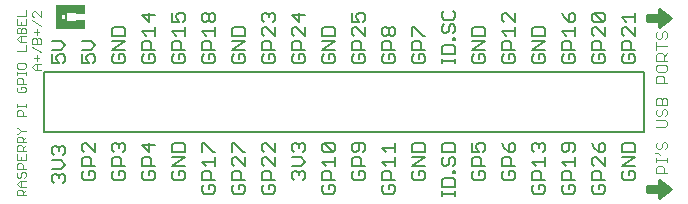
<source format=gto>
G75*
%MOIN*%
%OFA0B0*%
%FSLAX24Y24*%
%IPPOS*%
%LPD*%
%AMOC8*
5,1,8,0,0,1.08239X$1,22.5*
%
%ADD10C,0.0050*%
%ADD11C,0.0030*%
%ADD12C,0.0040*%
%ADD13C,0.0100*%
%ADD14C,0.0080*%
%ADD15C,0.0010*%
D10*
X001466Y000932D02*
X001391Y001007D01*
X001391Y001157D01*
X001466Y001232D01*
X001541Y001232D01*
X001616Y001157D01*
X001692Y001232D01*
X001767Y001232D01*
X001842Y001157D01*
X001842Y001007D01*
X001767Y000932D01*
X001616Y001082D02*
X001616Y001157D01*
X002391Y001107D02*
X002466Y001032D01*
X002767Y001032D01*
X002842Y001107D01*
X002842Y001257D01*
X002767Y001332D01*
X002616Y001332D01*
X002616Y001182D01*
X002466Y001332D02*
X002391Y001257D01*
X002391Y001107D01*
X001842Y001542D02*
X001692Y001392D01*
X001391Y001392D01*
X001692Y001692D02*
X001842Y001542D01*
X001692Y001692D02*
X001391Y001692D01*
X001466Y001853D02*
X001391Y001928D01*
X001391Y002078D01*
X001466Y002153D01*
X001541Y002153D01*
X001616Y002078D01*
X001692Y002153D01*
X001767Y002153D01*
X001842Y002078D01*
X001842Y001928D01*
X001767Y001853D01*
X001616Y002003D02*
X001616Y002078D01*
X002391Y002028D02*
X002466Y001953D01*
X002391Y002028D02*
X002391Y002178D01*
X002466Y002253D01*
X002541Y002253D01*
X002842Y001953D01*
X002842Y002253D01*
X003391Y002178D02*
X003466Y002253D01*
X003541Y002253D01*
X003616Y002178D01*
X003692Y002253D01*
X003767Y002253D01*
X003842Y002178D01*
X003842Y002028D01*
X003767Y001953D01*
X003466Y001953D02*
X003391Y002028D01*
X003391Y002178D01*
X003616Y002178D02*
X003616Y002103D01*
X004391Y002178D02*
X004616Y001953D01*
X004616Y002253D01*
X004391Y002178D02*
X004842Y002178D01*
X005391Y002178D02*
X005391Y001953D01*
X005842Y001953D01*
X005842Y002178D01*
X005767Y002253D01*
X005466Y002253D01*
X005391Y002178D01*
X006391Y002253D02*
X006391Y001953D01*
X006466Y002253D02*
X006767Y001953D01*
X006842Y001953D01*
X006842Y001792D02*
X006842Y001492D01*
X006541Y001492D02*
X006391Y001642D01*
X006842Y001642D01*
X007391Y001567D02*
X007466Y001492D01*
X007391Y001567D02*
X007391Y001717D01*
X007466Y001792D01*
X007541Y001792D01*
X007842Y001492D01*
X007842Y001792D01*
X007842Y001953D02*
X007767Y001953D01*
X007466Y002253D01*
X007391Y002253D01*
X007391Y001953D01*
X008391Y002028D02*
X008391Y002178D01*
X008466Y002253D01*
X008541Y002253D01*
X008842Y001953D01*
X008842Y002253D01*
X009391Y002178D02*
X009466Y002253D01*
X009541Y002253D01*
X009616Y002178D01*
X009692Y002253D01*
X009767Y002253D01*
X009842Y002178D01*
X009842Y002028D01*
X009767Y001953D01*
X009466Y001953D02*
X009391Y002028D01*
X009391Y002178D01*
X009616Y002178D02*
X009616Y002103D01*
X010391Y002028D02*
X010391Y002178D01*
X010466Y002253D01*
X010767Y001953D01*
X010842Y002028D01*
X010842Y002178D01*
X010767Y002253D01*
X010466Y002253D01*
X010391Y002028D02*
X010466Y001953D01*
X010767Y001953D01*
X010842Y001792D02*
X010842Y001492D01*
X010541Y001492D02*
X010391Y001642D01*
X010842Y001642D01*
X011391Y001717D02*
X011391Y001492D01*
X011842Y001492D01*
X011692Y001492D02*
X011692Y001717D01*
X011616Y001792D01*
X011466Y001792D01*
X011391Y001717D01*
X011466Y001953D02*
X011541Y001953D01*
X011616Y002028D01*
X011616Y002253D01*
X011466Y002253D02*
X011767Y002253D01*
X011842Y002178D01*
X011842Y002028D01*
X011767Y001953D01*
X011466Y001953D02*
X011391Y002028D01*
X011391Y002178D01*
X011466Y002253D01*
X012391Y002103D02*
X012842Y002103D01*
X012842Y001953D02*
X012842Y002253D01*
X012541Y001953D02*
X012391Y002103D01*
X012842Y001792D02*
X012842Y001492D01*
X012541Y001492D02*
X012391Y001642D01*
X012842Y001642D01*
X013391Y001492D02*
X013842Y001792D01*
X013391Y001792D01*
X013391Y001953D02*
X013391Y002178D01*
X013466Y002253D01*
X013767Y002253D01*
X013842Y002178D01*
X013842Y001953D01*
X013391Y001953D01*
X014391Y001953D02*
X014391Y002178D01*
X014466Y002253D01*
X014767Y002253D01*
X014842Y002178D01*
X014842Y001953D01*
X014391Y001953D01*
X014466Y001792D02*
X014391Y001717D01*
X014391Y001567D01*
X014466Y001492D01*
X014541Y001492D01*
X014616Y001567D01*
X014616Y001717D01*
X014692Y001792D01*
X014767Y001792D01*
X014842Y001717D01*
X014842Y001567D01*
X014767Y001492D01*
X014767Y001337D02*
X014842Y001337D01*
X014842Y001262D01*
X014767Y001262D01*
X014767Y001337D01*
X014767Y001102D02*
X014466Y001102D01*
X014391Y001027D01*
X014391Y000802D01*
X014842Y000802D01*
X014842Y001027D01*
X014767Y001102D01*
X015391Y001107D02*
X015466Y001032D01*
X015767Y001032D01*
X015842Y001107D01*
X015842Y001257D01*
X015767Y001332D01*
X015616Y001332D01*
X015616Y001182D01*
X015466Y001332D02*
X015391Y001257D01*
X015391Y001107D01*
X016391Y001107D02*
X016466Y001032D01*
X016767Y001032D01*
X016842Y001107D01*
X016842Y001257D01*
X016767Y001332D01*
X016616Y001332D01*
X016616Y001182D01*
X016466Y001332D02*
X016391Y001257D01*
X016391Y001107D01*
X016391Y001492D02*
X016391Y001717D01*
X016466Y001792D01*
X016616Y001792D01*
X016692Y001717D01*
X016692Y001492D01*
X016842Y001492D02*
X016391Y001492D01*
X015842Y001492D02*
X015391Y001492D01*
X015391Y001717D01*
X015466Y001792D01*
X015616Y001792D01*
X015692Y001717D01*
X015692Y001492D01*
X015767Y001953D02*
X015842Y002028D01*
X015842Y002178D01*
X015767Y002253D01*
X015616Y002253D01*
X015541Y002178D01*
X015541Y002103D01*
X015616Y001953D01*
X015391Y001953D01*
X015391Y002253D01*
X016391Y002253D02*
X016466Y002103D01*
X016616Y001953D01*
X016616Y002178D01*
X016692Y002253D01*
X016767Y002253D01*
X016842Y002178D01*
X016842Y002028D01*
X016767Y001953D01*
X016616Y001953D01*
X017391Y002028D02*
X017391Y002178D01*
X017466Y002253D01*
X017541Y002253D01*
X017616Y002178D01*
X017692Y002253D01*
X017767Y002253D01*
X017842Y002178D01*
X017842Y002028D01*
X017767Y001953D01*
X017466Y001953D02*
X017391Y002028D01*
X017616Y002103D02*
X017616Y002178D01*
X018391Y002178D02*
X018391Y002028D01*
X018466Y001953D01*
X018541Y001953D01*
X018616Y002028D01*
X018616Y002253D01*
X018466Y002253D02*
X018391Y002178D01*
X018466Y002253D02*
X018767Y002253D01*
X018842Y002178D01*
X018842Y002028D01*
X018767Y001953D01*
X018842Y001792D02*
X018842Y001492D01*
X018541Y001492D02*
X018391Y001642D01*
X018842Y001642D01*
X019391Y001567D02*
X019466Y001492D01*
X019391Y001567D02*
X019391Y001717D01*
X019466Y001792D01*
X019541Y001792D01*
X019842Y001492D01*
X019842Y001792D01*
X019767Y001953D02*
X019842Y002028D01*
X019842Y002178D01*
X019767Y002253D01*
X019692Y002253D01*
X019616Y002178D01*
X019616Y001953D01*
X019767Y001953D01*
X019616Y001953D02*
X019466Y002103D01*
X019391Y002253D01*
X020391Y002178D02*
X020391Y001953D01*
X020842Y001953D01*
X020842Y002178D01*
X020767Y002253D01*
X020466Y002253D01*
X020391Y002178D01*
X020391Y001792D02*
X020842Y001792D01*
X020391Y001492D01*
X020842Y001492D01*
X020767Y001332D02*
X020616Y001332D01*
X020616Y001182D01*
X020466Y001332D02*
X020391Y001257D01*
X020391Y001107D01*
X020466Y001032D01*
X020767Y001032D01*
X020842Y001107D01*
X020842Y001257D01*
X020767Y001332D01*
X019842Y001032D02*
X019391Y001032D01*
X019391Y001257D01*
X019466Y001332D01*
X019616Y001332D01*
X019692Y001257D01*
X019692Y001032D01*
X019767Y000872D02*
X019616Y000872D01*
X019616Y000722D01*
X019466Y000872D02*
X019391Y000797D01*
X019391Y000646D01*
X019466Y000571D01*
X019767Y000571D01*
X019842Y000646D01*
X019842Y000797D01*
X019767Y000872D01*
X018842Y000797D02*
X018842Y000646D01*
X018767Y000571D01*
X018466Y000571D01*
X018391Y000646D01*
X018391Y000797D01*
X018466Y000872D01*
X018616Y000872D02*
X018616Y000722D01*
X018767Y000872D02*
X018842Y000797D01*
X018767Y000872D02*
X018616Y000872D01*
X018692Y001032D02*
X018692Y001257D01*
X018616Y001332D01*
X018466Y001332D01*
X018391Y001257D01*
X018391Y001032D01*
X018842Y001032D01*
X017842Y001032D02*
X017391Y001032D01*
X017391Y001257D01*
X017466Y001332D01*
X017616Y001332D01*
X017692Y001257D01*
X017692Y001032D01*
X017767Y000872D02*
X017616Y000872D01*
X017616Y000722D01*
X017466Y000872D02*
X017391Y000797D01*
X017391Y000646D01*
X017466Y000571D01*
X017767Y000571D01*
X017842Y000646D01*
X017842Y000797D01*
X017767Y000872D01*
X017842Y001492D02*
X017842Y001792D01*
X017842Y001642D02*
X017391Y001642D01*
X017541Y001492D01*
X014842Y000645D02*
X014842Y000495D01*
X014842Y000570D02*
X014391Y000570D01*
X014391Y000495D02*
X014391Y000645D01*
X013842Y001107D02*
X013767Y001032D01*
X013466Y001032D01*
X013391Y001107D01*
X013391Y001257D01*
X013466Y001332D01*
X013616Y001332D02*
X013616Y001182D01*
X013767Y001332D02*
X013842Y001257D01*
X013842Y001107D01*
X013767Y001332D02*
X013616Y001332D01*
X013842Y001492D02*
X013391Y001492D01*
X012692Y001257D02*
X012692Y001032D01*
X012842Y001032D02*
X012391Y001032D01*
X012391Y001257D01*
X012466Y001332D01*
X012616Y001332D01*
X012692Y001257D01*
X011842Y001257D02*
X011842Y001107D01*
X011767Y001032D01*
X011466Y001032D01*
X011391Y001107D01*
X011391Y001257D01*
X011466Y001332D01*
X011616Y001332D02*
X011616Y001182D01*
X011767Y001332D02*
X011842Y001257D01*
X011767Y001332D02*
X011616Y001332D01*
X010842Y001032D02*
X010391Y001032D01*
X010391Y001257D01*
X010466Y001332D01*
X010616Y001332D01*
X010692Y001257D01*
X010692Y001032D01*
X010767Y000872D02*
X010616Y000872D01*
X010616Y000722D01*
X010466Y000872D02*
X010391Y000797D01*
X010391Y000646D01*
X010466Y000571D01*
X010767Y000571D01*
X010842Y000646D01*
X010842Y000797D01*
X010767Y000872D01*
X009842Y001107D02*
X009767Y001032D01*
X009842Y001107D02*
X009842Y001257D01*
X009767Y001332D01*
X009692Y001332D01*
X009616Y001257D01*
X009616Y001182D01*
X009616Y001257D02*
X009541Y001332D01*
X009466Y001332D01*
X009391Y001257D01*
X009391Y001107D01*
X009466Y001032D01*
X008842Y001032D02*
X008391Y001032D01*
X008391Y001257D01*
X008466Y001332D01*
X008616Y001332D01*
X008692Y001257D01*
X008692Y001032D01*
X008767Y000872D02*
X008616Y000872D01*
X008616Y000722D01*
X008466Y000872D02*
X008391Y000797D01*
X008391Y000646D01*
X008466Y000571D01*
X008767Y000571D01*
X008842Y000646D01*
X008842Y000797D01*
X008767Y000872D01*
X007842Y000797D02*
X007842Y000646D01*
X007767Y000571D01*
X007466Y000571D01*
X007391Y000646D01*
X007391Y000797D01*
X007466Y000872D01*
X007616Y000872D02*
X007616Y000722D01*
X007767Y000872D02*
X007842Y000797D01*
X007767Y000872D02*
X007616Y000872D01*
X007692Y001032D02*
X007692Y001257D01*
X007616Y001332D01*
X007466Y001332D01*
X007391Y001257D01*
X007391Y001032D01*
X007842Y001032D01*
X006842Y001032D02*
X006391Y001032D01*
X006391Y001257D01*
X006466Y001332D01*
X006616Y001332D01*
X006692Y001257D01*
X006692Y001032D01*
X006767Y000872D02*
X006616Y000872D01*
X006616Y000722D01*
X006466Y000872D02*
X006391Y000797D01*
X006391Y000646D01*
X006466Y000571D01*
X006767Y000571D01*
X006842Y000646D01*
X006842Y000797D01*
X006767Y000872D01*
X005842Y001107D02*
X005842Y001257D01*
X005767Y001332D01*
X005616Y001332D01*
X005616Y001182D01*
X005466Y001332D02*
X005391Y001257D01*
X005391Y001107D01*
X005466Y001032D01*
X005767Y001032D01*
X005842Y001107D01*
X005842Y001492D02*
X005391Y001492D01*
X005842Y001792D01*
X005391Y001792D01*
X004692Y001717D02*
X004692Y001492D01*
X004842Y001492D02*
X004391Y001492D01*
X004391Y001717D01*
X004466Y001792D01*
X004616Y001792D01*
X004692Y001717D01*
X003842Y001492D02*
X003391Y001492D01*
X003391Y001717D01*
X003466Y001792D01*
X003616Y001792D01*
X003692Y001717D01*
X003692Y001492D01*
X003767Y001332D02*
X003616Y001332D01*
X003616Y001182D01*
X003466Y001332D02*
X003391Y001257D01*
X003391Y001107D01*
X003466Y001032D01*
X003767Y001032D01*
X003842Y001107D01*
X003842Y001257D01*
X003767Y001332D01*
X004391Y001257D02*
X004391Y001107D01*
X004466Y001032D01*
X004767Y001032D01*
X004842Y001107D01*
X004842Y001257D01*
X004767Y001332D01*
X004616Y001332D01*
X004616Y001182D01*
X004466Y001332D02*
X004391Y001257D01*
X002842Y001492D02*
X002391Y001492D01*
X002391Y001717D01*
X002466Y001792D01*
X002616Y001792D01*
X002692Y001717D01*
X002692Y001492D01*
X006391Y002253D02*
X006466Y002253D01*
X008391Y002028D02*
X008466Y001953D01*
X008466Y001792D02*
X008391Y001717D01*
X008391Y001567D01*
X008466Y001492D01*
X008541Y001792D02*
X008842Y001492D01*
X008842Y001792D01*
X008541Y001792D02*
X008466Y001792D01*
X009391Y001792D02*
X009692Y001792D01*
X009842Y001642D01*
X009692Y001492D01*
X009391Y001492D01*
X012391Y000797D02*
X012391Y000646D01*
X012466Y000571D01*
X012767Y000571D01*
X012842Y000646D01*
X012842Y000797D01*
X012767Y000872D01*
X012616Y000872D01*
X012616Y000722D01*
X012466Y000872D02*
X012391Y000797D01*
X012466Y004913D02*
X012767Y004913D01*
X012842Y004988D01*
X012842Y005138D01*
X012767Y005213D01*
X012616Y005213D01*
X012616Y005063D01*
X012466Y004913D02*
X012391Y004988D01*
X012391Y005138D01*
X012466Y005213D01*
X012391Y005373D02*
X012391Y005599D01*
X012466Y005674D01*
X012616Y005674D01*
X012692Y005599D01*
X012692Y005373D01*
X012842Y005373D02*
X012391Y005373D01*
X011842Y005373D02*
X011391Y005373D01*
X011391Y005599D01*
X011466Y005674D01*
X011616Y005674D01*
X011692Y005599D01*
X011692Y005373D01*
X011767Y005213D02*
X011616Y005213D01*
X011616Y005063D01*
X011466Y004913D02*
X011391Y004988D01*
X011391Y005138D01*
X011466Y005213D01*
X011767Y005213D02*
X011842Y005138D01*
X011842Y004988D01*
X011767Y004913D01*
X011466Y004913D01*
X010842Y004988D02*
X010842Y005138D01*
X010767Y005213D01*
X010616Y005213D01*
X010616Y005063D01*
X010466Y004913D02*
X010391Y004988D01*
X010391Y005138D01*
X010466Y005213D01*
X010391Y005373D02*
X010842Y005674D01*
X010391Y005674D01*
X010391Y005834D02*
X010391Y006059D01*
X010466Y006134D01*
X010767Y006134D01*
X010842Y006059D01*
X010842Y005834D01*
X010391Y005834D01*
X009842Y005834D02*
X009541Y006134D01*
X009466Y006134D01*
X009391Y006059D01*
X009391Y005909D01*
X009466Y005834D01*
X009466Y005674D02*
X009616Y005674D01*
X009692Y005599D01*
X009692Y005373D01*
X009842Y005373D02*
X009391Y005373D01*
X009391Y005599D01*
X009466Y005674D01*
X009842Y005834D02*
X009842Y006134D01*
X009616Y006294D02*
X009616Y006594D01*
X009391Y006519D02*
X009616Y006294D01*
X009842Y006519D02*
X009391Y006519D01*
X008842Y006519D02*
X008842Y006369D01*
X008767Y006294D01*
X008466Y006294D02*
X008391Y006369D01*
X008391Y006519D01*
X008466Y006594D01*
X008541Y006594D01*
X008616Y006519D01*
X008692Y006594D01*
X008767Y006594D01*
X008842Y006519D01*
X008616Y006519D02*
X008616Y006444D01*
X008541Y006134D02*
X008466Y006134D01*
X008391Y006059D01*
X008391Y005909D01*
X008466Y005834D01*
X008541Y006134D02*
X008842Y005834D01*
X008842Y006134D01*
X007842Y006059D02*
X007842Y005834D01*
X007391Y005834D01*
X007391Y006059D01*
X007466Y006134D01*
X007767Y006134D01*
X007842Y006059D01*
X007842Y005674D02*
X007391Y005674D01*
X007391Y005373D02*
X007842Y005674D01*
X008391Y005599D02*
X008466Y005674D01*
X008616Y005674D01*
X008692Y005599D01*
X008692Y005373D01*
X008842Y005373D02*
X008391Y005373D01*
X008391Y005599D01*
X007842Y005373D02*
X007391Y005373D01*
X007466Y005213D02*
X007391Y005138D01*
X007391Y004988D01*
X007466Y004913D01*
X007767Y004913D01*
X007842Y004988D01*
X007842Y005138D01*
X007767Y005213D01*
X007616Y005213D01*
X007616Y005063D01*
X008391Y004988D02*
X008466Y004913D01*
X008767Y004913D01*
X008842Y004988D01*
X008842Y005138D01*
X008767Y005213D01*
X008616Y005213D01*
X008616Y005063D01*
X008466Y005213D02*
X008391Y005138D01*
X008391Y004988D01*
X009391Y004988D02*
X009466Y004913D01*
X009767Y004913D01*
X009842Y004988D01*
X009842Y005138D01*
X009767Y005213D01*
X009616Y005213D01*
X009616Y005063D01*
X009466Y005213D02*
X009391Y005138D01*
X009391Y004988D01*
X010466Y004913D02*
X010767Y004913D01*
X010842Y004988D01*
X010842Y005373D02*
X010391Y005373D01*
X011391Y005909D02*
X011466Y005834D01*
X011391Y005909D02*
X011391Y006059D01*
X011466Y006134D01*
X011541Y006134D01*
X011842Y005834D01*
X011842Y006134D01*
X011767Y006294D02*
X011842Y006369D01*
X011842Y006519D01*
X011767Y006594D01*
X011616Y006594D01*
X011541Y006519D01*
X011541Y006444D01*
X011616Y006294D01*
X011391Y006294D01*
X011391Y006594D01*
X012391Y006059D02*
X012466Y006134D01*
X012541Y006134D01*
X012616Y006059D01*
X012616Y005909D01*
X012541Y005834D01*
X012466Y005834D01*
X012391Y005909D01*
X012391Y006059D01*
X012616Y006059D02*
X012692Y006134D01*
X012767Y006134D01*
X012842Y006059D01*
X012842Y005909D01*
X012767Y005834D01*
X012692Y005834D01*
X012616Y005909D01*
X013391Y005834D02*
X013391Y006134D01*
X013466Y006134D01*
X013767Y005834D01*
X013842Y005834D01*
X013616Y005674D02*
X013466Y005674D01*
X013391Y005599D01*
X013391Y005373D01*
X013842Y005373D01*
X013692Y005373D02*
X013692Y005599D01*
X013616Y005674D01*
X014391Y005445D02*
X014391Y005220D01*
X014842Y005220D01*
X014842Y005445D01*
X014767Y005520D01*
X014466Y005520D01*
X014391Y005445D01*
X014767Y005680D02*
X014767Y005755D01*
X014842Y005755D01*
X014842Y005680D01*
X014767Y005680D01*
X014767Y005910D02*
X014842Y005986D01*
X014842Y006136D01*
X014767Y006211D01*
X014692Y006211D01*
X014616Y006136D01*
X014616Y005986D01*
X014541Y005910D01*
X014466Y005910D01*
X014391Y005986D01*
X014391Y006136D01*
X014466Y006211D01*
X014466Y006371D02*
X014767Y006371D01*
X014842Y006446D01*
X014842Y006596D01*
X014767Y006671D01*
X014466Y006671D02*
X014391Y006596D01*
X014391Y006446D01*
X014466Y006371D01*
X015391Y006059D02*
X015391Y005834D01*
X015842Y005834D01*
X015842Y006059D01*
X015767Y006134D01*
X015466Y006134D01*
X015391Y006059D01*
X016391Y005984D02*
X016842Y005984D01*
X016842Y005834D02*
X016842Y006134D01*
X016842Y006294D02*
X016541Y006594D01*
X016466Y006594D01*
X016391Y006519D01*
X016391Y006369D01*
X016466Y006294D01*
X016842Y006294D02*
X016842Y006594D01*
X017391Y006059D02*
X017466Y006134D01*
X017767Y006134D01*
X017842Y006059D01*
X017842Y005834D01*
X017391Y005834D01*
X017391Y006059D01*
X016541Y005834D02*
X016391Y005984D01*
X016466Y005674D02*
X016616Y005674D01*
X016692Y005599D01*
X016692Y005373D01*
X016842Y005373D02*
X016391Y005373D01*
X016391Y005599D01*
X016466Y005674D01*
X015842Y005674D02*
X015391Y005674D01*
X015391Y005373D02*
X015842Y005674D01*
X015842Y005373D02*
X015391Y005373D01*
X015466Y005213D02*
X015391Y005138D01*
X015391Y004988D01*
X015466Y004913D01*
X015767Y004913D01*
X015842Y004988D01*
X015842Y005138D01*
X015767Y005213D01*
X015616Y005213D01*
X015616Y005063D01*
X016391Y004988D02*
X016466Y004913D01*
X016767Y004913D01*
X016842Y004988D01*
X016842Y005138D01*
X016767Y005213D01*
X016616Y005213D01*
X016616Y005063D01*
X016466Y005213D02*
X016391Y005138D01*
X016391Y004988D01*
X017391Y004988D02*
X017466Y004913D01*
X017767Y004913D01*
X017842Y004988D01*
X017842Y005138D01*
X017767Y005213D01*
X017616Y005213D01*
X017616Y005063D01*
X017466Y005213D02*
X017391Y005138D01*
X017391Y004988D01*
X018391Y004988D02*
X018466Y004913D01*
X018767Y004913D01*
X018842Y004988D01*
X018842Y005138D01*
X018767Y005213D01*
X018616Y005213D01*
X018616Y005063D01*
X018466Y005213D02*
X018391Y005138D01*
X018391Y004988D01*
X019391Y004988D02*
X019466Y004913D01*
X019767Y004913D01*
X019842Y004988D01*
X019842Y005138D01*
X019767Y005213D01*
X019616Y005213D01*
X019616Y005063D01*
X019466Y005213D02*
X019391Y005138D01*
X019391Y004988D01*
X020391Y004988D02*
X020466Y004913D01*
X020767Y004913D01*
X020842Y004988D01*
X020842Y005138D01*
X020767Y005213D01*
X020616Y005213D01*
X020616Y005063D01*
X020466Y005213D02*
X020391Y005138D01*
X020391Y004988D01*
X020391Y005373D02*
X020391Y005599D01*
X020466Y005674D01*
X020616Y005674D01*
X020692Y005599D01*
X020692Y005373D01*
X020842Y005373D02*
X020391Y005373D01*
X019842Y005373D02*
X019391Y005373D01*
X019391Y005599D01*
X019466Y005674D01*
X019616Y005674D01*
X019692Y005599D01*
X019692Y005373D01*
X018842Y005373D02*
X018391Y005373D01*
X018391Y005599D01*
X018466Y005674D01*
X018616Y005674D01*
X018692Y005599D01*
X018692Y005373D01*
X017842Y005373D02*
X017391Y005373D01*
X017842Y005674D01*
X017391Y005674D01*
X018391Y005984D02*
X018842Y005984D01*
X018842Y005834D02*
X018842Y006134D01*
X018767Y006294D02*
X018616Y006294D01*
X018616Y006519D01*
X018692Y006594D01*
X018767Y006594D01*
X018842Y006519D01*
X018842Y006369D01*
X018767Y006294D01*
X018616Y006294D02*
X018466Y006444D01*
X018391Y006594D01*
X019391Y006519D02*
X019391Y006369D01*
X019466Y006294D01*
X019767Y006294D01*
X019466Y006594D01*
X019767Y006594D01*
X019842Y006519D01*
X019842Y006369D01*
X019767Y006294D01*
X019842Y006134D02*
X019842Y005834D01*
X019541Y006134D01*
X019466Y006134D01*
X019391Y006059D01*
X019391Y005909D01*
X019466Y005834D01*
X018541Y005834D02*
X018391Y005984D01*
X019391Y006519D02*
X019466Y006594D01*
X020391Y006444D02*
X020842Y006444D01*
X020842Y006294D02*
X020842Y006594D01*
X020541Y006294D02*
X020391Y006444D01*
X020466Y006134D02*
X020391Y006059D01*
X020391Y005909D01*
X020466Y005834D01*
X020541Y006134D02*
X020842Y005834D01*
X020842Y006134D01*
X020541Y006134D02*
X020466Y006134D01*
X014842Y005063D02*
X014842Y004913D01*
X014842Y004988D02*
X014391Y004988D01*
X014391Y004913D02*
X014391Y005063D01*
X013842Y004988D02*
X013842Y005138D01*
X013767Y005213D01*
X013616Y005213D01*
X013616Y005063D01*
X013466Y004913D02*
X013391Y004988D01*
X013391Y005138D01*
X013466Y005213D01*
X013767Y004913D02*
X013842Y004988D01*
X013767Y004913D02*
X013466Y004913D01*
X006842Y004988D02*
X006767Y004913D01*
X006466Y004913D01*
X006391Y004988D01*
X006391Y005138D01*
X006466Y005213D01*
X006616Y005213D02*
X006616Y005063D01*
X006767Y005213D02*
X006842Y005138D01*
X006842Y004988D01*
X006767Y005213D02*
X006616Y005213D01*
X006692Y005373D02*
X006692Y005599D01*
X006616Y005674D01*
X006466Y005674D01*
X006391Y005599D01*
X006391Y005373D01*
X006842Y005373D01*
X005842Y005373D02*
X005391Y005373D01*
X005391Y005599D01*
X005466Y005674D01*
X005616Y005674D01*
X005692Y005599D01*
X005692Y005373D01*
X005767Y005213D02*
X005616Y005213D01*
X005616Y005063D01*
X005466Y004913D02*
X005391Y004988D01*
X005391Y005138D01*
X005466Y005213D01*
X005767Y005213D02*
X005842Y005138D01*
X005842Y004988D01*
X005767Y004913D01*
X005466Y004913D01*
X004842Y004988D02*
X004842Y005138D01*
X004767Y005213D01*
X004616Y005213D01*
X004616Y005063D01*
X004466Y004913D02*
X004391Y004988D01*
X004391Y005138D01*
X004466Y005213D01*
X004391Y005373D02*
X004391Y005599D01*
X004466Y005674D01*
X004616Y005674D01*
X004692Y005599D01*
X004692Y005373D01*
X004842Y005373D02*
X004391Y005373D01*
X003842Y005373D02*
X003391Y005373D01*
X003842Y005674D01*
X003391Y005674D01*
X003391Y005834D02*
X003391Y006059D01*
X003466Y006134D01*
X003767Y006134D01*
X003842Y006059D01*
X003842Y005834D01*
X003391Y005834D01*
X002842Y005523D02*
X002692Y005674D01*
X002391Y005674D01*
X002692Y005373D02*
X002842Y005523D01*
X002692Y005373D02*
X002391Y005373D01*
X001842Y005523D02*
X001692Y005674D01*
X001391Y005674D01*
X001692Y005373D02*
X001842Y005523D01*
X001692Y005373D02*
X001391Y005373D01*
X001391Y005213D02*
X001391Y004913D01*
X001616Y004913D01*
X001541Y005063D01*
X001541Y005138D01*
X001616Y005213D01*
X001767Y005213D01*
X001842Y005138D01*
X001842Y004988D01*
X001767Y004913D01*
X002391Y004913D02*
X002616Y004913D01*
X002541Y005063D01*
X002541Y005138D01*
X002616Y005213D01*
X002767Y005213D01*
X002842Y005138D01*
X002842Y004988D01*
X002767Y004913D01*
X002391Y004913D02*
X002391Y005213D01*
X003391Y005138D02*
X003391Y004988D01*
X003466Y004913D01*
X003767Y004913D01*
X003842Y004988D01*
X003842Y005138D01*
X003767Y005213D01*
X003616Y005213D01*
X003616Y005063D01*
X003466Y005213D02*
X003391Y005138D01*
X004466Y004913D02*
X004767Y004913D01*
X004842Y004988D01*
X004842Y005834D02*
X004842Y006134D01*
X004842Y005984D02*
X004391Y005984D01*
X004541Y005834D01*
X005391Y005984D02*
X005541Y005834D01*
X005391Y005984D02*
X005842Y005984D01*
X005842Y005834D02*
X005842Y006134D01*
X005767Y006294D02*
X005842Y006369D01*
X005842Y006519D01*
X005767Y006594D01*
X005616Y006594D01*
X005541Y006519D01*
X005541Y006444D01*
X005616Y006294D01*
X005391Y006294D01*
X005391Y006594D01*
X004842Y006519D02*
X004391Y006519D01*
X004616Y006294D01*
X004616Y006594D01*
X006391Y006519D02*
X006391Y006369D01*
X006466Y006294D01*
X006541Y006294D01*
X006616Y006369D01*
X006616Y006519D01*
X006692Y006594D01*
X006767Y006594D01*
X006842Y006519D01*
X006842Y006369D01*
X006767Y006294D01*
X006692Y006294D01*
X006616Y006369D01*
X006616Y006519D02*
X006541Y006594D01*
X006466Y006594D01*
X006391Y006519D01*
X006842Y006134D02*
X006842Y005834D01*
X006541Y005834D02*
X006391Y005984D01*
X006842Y005984D01*
D11*
X000221Y000655D02*
X000221Y000510D01*
X000512Y000510D01*
X000415Y000510D02*
X000415Y000655D01*
X000367Y000703D01*
X000270Y000703D01*
X000221Y000655D01*
X000415Y000607D02*
X000512Y000703D01*
X000512Y000805D02*
X000318Y000805D01*
X000221Y000901D01*
X000318Y000998D01*
X000512Y000998D01*
X000367Y000998D02*
X000367Y000805D01*
X000318Y001099D02*
X000367Y001148D01*
X000367Y001244D01*
X000415Y001293D01*
X000463Y001293D01*
X000512Y001244D01*
X000512Y001148D01*
X000463Y001099D01*
X000318Y001099D02*
X000270Y001099D01*
X000221Y001148D01*
X000221Y001244D01*
X000270Y001293D01*
X000221Y001394D02*
X000221Y001539D01*
X000270Y001587D01*
X000367Y001587D01*
X000415Y001539D01*
X000415Y001394D01*
X000512Y001394D02*
X000221Y001394D01*
X000221Y001689D02*
X000512Y001689D01*
X000512Y001882D01*
X000367Y001785D02*
X000367Y001689D01*
X000221Y001689D02*
X000221Y001882D01*
X000221Y001983D02*
X000221Y002128D01*
X000270Y002177D01*
X000367Y002177D01*
X000415Y002128D01*
X000415Y001983D01*
X000512Y001983D02*
X000221Y001983D01*
X000415Y002080D02*
X000512Y002177D01*
X000512Y002278D02*
X000221Y002278D01*
X000221Y002423D01*
X000270Y002471D01*
X000367Y002471D01*
X000415Y002423D01*
X000415Y002278D01*
X000415Y002375D02*
X000512Y002471D01*
X000367Y002669D02*
X000270Y002573D01*
X000221Y002573D01*
X000367Y002669D02*
X000512Y002669D01*
X000367Y002669D02*
X000270Y002766D01*
X000221Y002766D01*
X000221Y003162D02*
X000221Y003307D01*
X000270Y003355D01*
X000367Y003355D01*
X000415Y003307D01*
X000415Y003162D01*
X000512Y003162D02*
X000221Y003162D01*
X000221Y003457D02*
X000221Y003553D01*
X000221Y003505D02*
X000512Y003505D01*
X000512Y003457D02*
X000512Y003553D01*
X000463Y003948D02*
X000270Y003948D01*
X000221Y003996D01*
X000221Y004093D01*
X000270Y004141D01*
X000367Y004141D02*
X000367Y004044D01*
X000463Y003948D02*
X000512Y003996D01*
X000512Y004093D01*
X000463Y004141D01*
X000367Y004141D01*
X000415Y004242D02*
X000415Y004387D01*
X000367Y004436D01*
X000270Y004436D01*
X000221Y004387D01*
X000221Y004242D01*
X000512Y004242D01*
X000512Y004537D02*
X000512Y004634D01*
X000512Y004585D02*
X000221Y004585D01*
X000221Y004537D02*
X000221Y004634D01*
X000270Y004733D02*
X000463Y004733D01*
X000512Y004782D01*
X000512Y004878D01*
X000463Y004927D01*
X000270Y004927D01*
X000221Y004878D01*
X000221Y004782D01*
X000270Y004733D01*
X000731Y004787D02*
X000828Y004884D01*
X001022Y004884D01*
X000877Y004884D02*
X000877Y004690D01*
X000828Y004690D02*
X000731Y004787D01*
X000828Y004690D02*
X001022Y004690D01*
X000877Y004985D02*
X000877Y005179D01*
X000973Y005082D02*
X000780Y005082D01*
X001022Y005280D02*
X000731Y005473D01*
X000731Y005574D02*
X000731Y005719D01*
X000780Y005768D01*
X000828Y005768D01*
X000877Y005719D01*
X000877Y005574D01*
X001022Y005574D02*
X000731Y005574D01*
X000512Y005617D02*
X000318Y005617D01*
X000221Y005714D01*
X000318Y005811D01*
X000512Y005811D01*
X000512Y005912D02*
X000512Y006057D01*
X000463Y006105D01*
X000415Y006105D01*
X000367Y006057D01*
X000367Y005912D01*
X000367Y005811D02*
X000367Y005617D01*
X000512Y005516D02*
X000512Y005323D01*
X000221Y005323D01*
X001022Y005574D02*
X001022Y005719D01*
X000973Y005768D01*
X000925Y005768D01*
X000877Y005719D01*
X000877Y005869D02*
X000877Y006062D01*
X000973Y005966D02*
X000780Y005966D01*
X000512Y005912D02*
X000221Y005912D01*
X000221Y006057D01*
X000270Y006105D01*
X000318Y006105D01*
X000367Y006057D01*
X000367Y006207D02*
X000367Y006303D01*
X000512Y006207D02*
X000512Y006400D01*
X000512Y006501D02*
X000512Y006695D01*
X000731Y006603D02*
X000731Y006507D01*
X000780Y006458D01*
X000828Y006652D02*
X001022Y006458D01*
X001022Y006652D01*
X000828Y006652D02*
X000780Y006652D01*
X000731Y006603D01*
X000512Y006501D02*
X000221Y006501D01*
X000221Y006400D02*
X000221Y006207D01*
X000512Y006207D01*
X000731Y006357D02*
X001022Y006164D01*
D12*
X021536Y005920D02*
X021536Y005800D01*
X021596Y005740D01*
X021656Y005740D01*
X021717Y005800D01*
X021717Y005920D01*
X021777Y005980D01*
X021837Y005980D01*
X021897Y005920D01*
X021897Y005800D01*
X021837Y005740D01*
X021536Y005612D02*
X021536Y005371D01*
X021536Y005491D02*
X021897Y005491D01*
X021897Y005243D02*
X021777Y005123D01*
X021777Y005183D02*
X021777Y005003D01*
X021897Y005003D02*
X021536Y005003D01*
X021536Y005183D01*
X021596Y005243D01*
X021717Y005243D01*
X021777Y005183D01*
X021837Y004875D02*
X021596Y004875D01*
X021536Y004815D01*
X021536Y004695D01*
X021596Y004635D01*
X021837Y004635D01*
X021897Y004695D01*
X021897Y004815D01*
X021837Y004875D01*
X021717Y004507D02*
X021777Y004447D01*
X021777Y004266D01*
X021897Y004266D02*
X021536Y004266D01*
X021536Y004447D01*
X021596Y004507D01*
X021717Y004507D01*
X021777Y003770D02*
X021837Y003770D01*
X021897Y003710D01*
X021897Y003530D01*
X021536Y003530D01*
X021536Y003710D01*
X021596Y003770D01*
X021656Y003770D01*
X021717Y003710D01*
X021717Y003530D01*
X021777Y003402D02*
X021837Y003402D01*
X021897Y003342D01*
X021897Y003221D01*
X021837Y003161D01*
X021717Y003221D02*
X021717Y003342D01*
X021777Y003402D01*
X021596Y003402D02*
X021536Y003342D01*
X021536Y003221D01*
X021596Y003161D01*
X021656Y003161D01*
X021717Y003221D01*
X021837Y003033D02*
X021536Y003033D01*
X021837Y003033D02*
X021897Y002973D01*
X021897Y002853D01*
X021837Y002793D01*
X021536Y002793D01*
X021596Y002297D02*
X021536Y002237D01*
X021536Y002117D01*
X021596Y002056D01*
X021656Y002056D01*
X021717Y002117D01*
X021717Y002237D01*
X021777Y002297D01*
X021837Y002297D01*
X021897Y002237D01*
X021897Y002117D01*
X021837Y002056D01*
X021656Y001872D02*
X021596Y001932D01*
X021476Y001932D01*
X021536Y001747D02*
X021536Y001627D01*
X021536Y001687D02*
X021897Y001687D01*
X021897Y001627D02*
X021897Y001747D01*
X021717Y001499D02*
X021777Y001439D01*
X021777Y001258D01*
X021897Y001258D02*
X021536Y001258D01*
X021536Y001439D01*
X021596Y001499D01*
X021717Y001499D01*
X021717Y003710D02*
X021777Y003770D01*
X021536Y005920D02*
X021596Y005980D01*
D13*
X021617Y006138D02*
X021617Y006338D01*
X021217Y006338D01*
X021217Y006538D01*
X021617Y006538D01*
X021617Y006738D01*
X022017Y006438D01*
X021617Y006138D01*
X021617Y006146D02*
X021628Y006146D01*
X021617Y006245D02*
X021759Y006245D01*
X021891Y006343D02*
X021217Y006343D01*
X021217Y006442D02*
X022011Y006442D01*
X021880Y006540D02*
X021617Y006540D01*
X021617Y006639D02*
X021749Y006639D01*
X021617Y006737D02*
X021617Y006737D01*
X021617Y001038D02*
X022017Y000738D01*
X021617Y000438D01*
X021617Y000638D01*
X021217Y000638D01*
X021217Y000838D01*
X021617Y000838D01*
X021617Y001038D01*
X021617Y001024D02*
X021635Y001024D01*
X021617Y000926D02*
X021766Y000926D01*
X021897Y000827D02*
X021217Y000827D01*
X021217Y000729D02*
X022005Y000729D01*
X021873Y000630D02*
X021617Y000630D01*
X021617Y000532D02*
X021742Y000532D01*
D14*
X021117Y002638D02*
X021117Y004638D01*
X001117Y004638D01*
X001117Y002638D01*
X021117Y002638D01*
D15*
X002467Y006088D02*
X001539Y006088D01*
X001539Y006864D01*
X002469Y006864D01*
X002469Y006590D01*
X002195Y006590D01*
X002171Y006640D01*
X001887Y006640D01*
X001847Y006592D01*
X001847Y006562D01*
X001729Y006562D01*
X001707Y006540D01*
X001707Y006414D01*
X001733Y006386D01*
X001825Y006386D01*
X001825Y006364D01*
X001847Y006364D01*
X001847Y006386D01*
X001847Y006560D01*
X001831Y006560D01*
X001831Y006360D01*
X001849Y006360D01*
X001889Y006312D01*
X002171Y006312D01*
X002197Y006362D01*
X002467Y006362D01*
X002467Y006088D01*
X001539Y006088D01*
X001539Y006097D02*
X002467Y006097D01*
X002467Y006105D02*
X001539Y006105D01*
X001539Y006114D02*
X002467Y006114D01*
X002467Y006122D02*
X001539Y006122D01*
X001539Y006131D02*
X002467Y006131D01*
X002467Y006139D02*
X001539Y006139D01*
X001539Y006148D02*
X002467Y006148D01*
X002467Y006156D02*
X001539Y006156D01*
X001539Y006165D02*
X002467Y006165D01*
X002467Y006173D02*
X001539Y006173D01*
X001539Y006182D02*
X002467Y006182D01*
X002467Y006190D02*
X001539Y006190D01*
X001539Y006199D02*
X002467Y006199D01*
X002467Y006207D02*
X001539Y006207D01*
X001539Y006216D02*
X002467Y006216D01*
X002467Y006224D02*
X001539Y006224D01*
X001539Y006233D02*
X002467Y006233D01*
X002467Y006241D02*
X001539Y006241D01*
X001539Y006250D02*
X002467Y006250D01*
X002467Y006258D02*
X001539Y006258D01*
X001539Y006267D02*
X002467Y006267D01*
X002467Y006275D02*
X001539Y006275D01*
X001539Y006284D02*
X002467Y006284D01*
X002467Y006292D02*
X001539Y006292D01*
X001539Y006301D02*
X002467Y006301D01*
X002467Y006309D02*
X001539Y006309D01*
X001539Y006318D02*
X001884Y006318D01*
X001877Y006326D02*
X001539Y006326D01*
X001539Y006335D02*
X001870Y006335D01*
X001863Y006343D02*
X001539Y006343D01*
X001539Y006352D02*
X001856Y006352D01*
X001847Y006369D02*
X001831Y006369D01*
X001825Y006369D02*
X001539Y006369D01*
X001539Y006377D02*
X001825Y006377D01*
X001831Y006377D02*
X001847Y006377D01*
X001847Y006386D02*
X001831Y006386D01*
X001825Y006386D02*
X001539Y006386D01*
X001539Y006394D02*
X001725Y006394D01*
X001717Y006403D02*
X001539Y006403D01*
X001539Y006411D02*
X001709Y006411D01*
X001707Y006420D02*
X001539Y006420D01*
X001539Y006428D02*
X001707Y006428D01*
X001707Y006437D02*
X001539Y006437D01*
X001539Y006445D02*
X001707Y006445D01*
X001707Y006454D02*
X001539Y006454D01*
X001539Y006462D02*
X001707Y006462D01*
X001707Y006471D02*
X001539Y006471D01*
X001539Y006479D02*
X001707Y006479D01*
X001707Y006488D02*
X001539Y006488D01*
X001539Y006496D02*
X001707Y006496D01*
X001707Y006505D02*
X001539Y006505D01*
X001539Y006513D02*
X001707Y006513D01*
X001707Y006522D02*
X001539Y006522D01*
X001539Y006530D02*
X001707Y006530D01*
X001707Y006539D02*
X001539Y006539D01*
X001539Y006547D02*
X001714Y006547D01*
X001722Y006556D02*
X001539Y006556D01*
X001539Y006564D02*
X001847Y006564D01*
X001847Y006556D02*
X001831Y006556D01*
X001831Y006547D02*
X001847Y006547D01*
X001847Y006539D02*
X001831Y006539D01*
X001831Y006530D02*
X001847Y006530D01*
X001847Y006522D02*
X001831Y006522D01*
X001831Y006513D02*
X001847Y006513D01*
X001847Y006505D02*
X001831Y006505D01*
X001831Y006496D02*
X001847Y006496D01*
X001847Y006488D02*
X001831Y006488D01*
X001831Y006479D02*
X001847Y006479D01*
X001847Y006471D02*
X001831Y006471D01*
X001831Y006462D02*
X001847Y006462D01*
X001847Y006454D02*
X001831Y006454D01*
X001831Y006445D02*
X001847Y006445D01*
X001847Y006437D02*
X001831Y006437D01*
X001831Y006428D02*
X001847Y006428D01*
X001847Y006420D02*
X001831Y006420D01*
X001831Y006411D02*
X001847Y006411D01*
X001847Y006403D02*
X001831Y006403D01*
X001831Y006394D02*
X001847Y006394D01*
X001831Y006360D02*
X001539Y006360D01*
X001539Y006573D02*
X001847Y006573D01*
X001847Y006581D02*
X001539Y006581D01*
X001539Y006590D02*
X001847Y006590D01*
X001852Y006598D02*
X001539Y006598D01*
X001539Y006607D02*
X001859Y006607D01*
X001866Y006615D02*
X001539Y006615D01*
X001539Y006624D02*
X001873Y006624D01*
X001880Y006632D02*
X001539Y006632D01*
X001539Y006641D02*
X002469Y006641D01*
X002469Y006649D02*
X001539Y006649D01*
X001539Y006658D02*
X002469Y006658D01*
X002469Y006666D02*
X001539Y006666D01*
X001539Y006675D02*
X002469Y006675D01*
X002469Y006683D02*
X001539Y006683D01*
X001539Y006692D02*
X002469Y006692D01*
X002469Y006700D02*
X001539Y006700D01*
X001539Y006709D02*
X002469Y006709D01*
X002469Y006717D02*
X001539Y006717D01*
X001539Y006726D02*
X002469Y006726D01*
X002469Y006734D02*
X001539Y006734D01*
X001539Y006743D02*
X002469Y006743D01*
X002469Y006751D02*
X001539Y006751D01*
X001539Y006760D02*
X002469Y006760D01*
X002469Y006768D02*
X001539Y006768D01*
X001539Y006777D02*
X002469Y006777D01*
X002469Y006785D02*
X001539Y006785D01*
X001539Y006794D02*
X002469Y006794D01*
X002469Y006802D02*
X001539Y006802D01*
X001539Y006811D02*
X002469Y006811D01*
X002469Y006819D02*
X001539Y006819D01*
X001539Y006828D02*
X002469Y006828D01*
X002469Y006836D02*
X001539Y006836D01*
X001539Y006845D02*
X002469Y006845D01*
X002469Y006853D02*
X001539Y006853D01*
X001539Y006862D02*
X002469Y006862D01*
X002469Y006632D02*
X002174Y006632D01*
X002178Y006624D02*
X002469Y006624D01*
X002469Y006615D02*
X002183Y006615D01*
X002187Y006607D02*
X002469Y006607D01*
X002469Y006598D02*
X002191Y006598D01*
X002196Y006360D02*
X002467Y006360D01*
X002467Y006352D02*
X002191Y006352D01*
X002187Y006343D02*
X002467Y006343D01*
X002467Y006335D02*
X002182Y006335D01*
X002178Y006326D02*
X002467Y006326D01*
X002467Y006318D02*
X002174Y006318D01*
M02*

</source>
